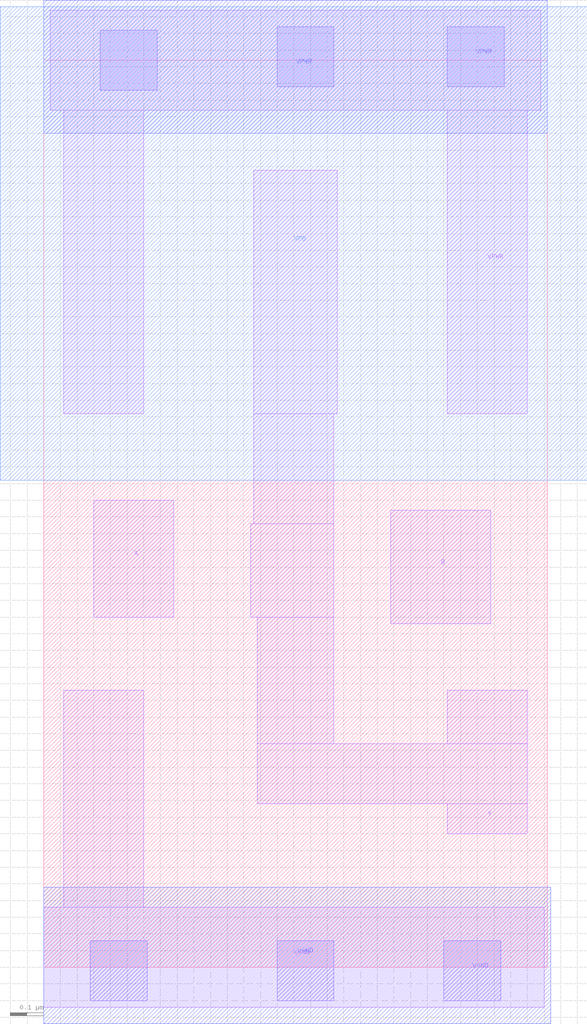
<source format=lef>
VERSION 5.7 ;
  NOWIREEXTENSIONATPIN ON ;
  DIVIDERCHAR "/" ;
  BUSBITCHARS "[]" ;
MACRO sky130_vsdnand2_1x
  CLASS CORE ;
  FOREIGN sky130_vsdnand2_1x ;
  ORIGIN 0.000 0.000 ;
  SIZE 1.510 BY 2.720 ;
  SYMMETRY X Y R90 ;
  SITE unithd ;
  PIN A
    DIRECTION INPUT ;
    USE SIGNAL ;
    ANTENNAGATEAREA 0.169500 ;
    PORT
      LAYER li1 ;
        RECT 0.150 1.050 0.390 1.400 ;
    END
  END A
  PIN B
    DIRECTION INPUT ;
    USE SIGNAL ;
    ANTENNAGATEAREA 0.169500 ;
    PORT
      LAYER li1 ;
        RECT 1.040 1.030 1.340 1.370 ;
    END
  END B
  PIN VGND
    DIRECTION INOUT ;
    USE GROUND ;
    PORT
      LAYER li1 ;
        RECT 0.060 0.180 0.300 0.830 ;
        RECT 0.000 -0.120 1.500 0.180 ;
      LAYER mcon ;
        RECT 0.140 -0.100 0.310 0.080 ;
        RECT 0.700 -0.100 0.870 0.080 ;
        RECT 1.200 -0.100 1.370 0.080 ;
      LAYER met1 ;
        RECT 0.000 -0.170 1.520 0.240 ;
    END
  END VGND
  PIN VPWR
    DIRECTION INOUT ;
    USE POWER ;
    PORT
      LAYER li1 ;
        RECT 0.020 2.570 1.490 2.870 ;
        RECT 0.060 1.660 0.300 2.570 ;
        RECT 1.210 1.660 1.450 2.570 ;
      LAYER mcon ;
        RECT 0.170 2.630 0.340 2.810 ;
        RECT 0.700 2.640 0.870 2.820 ;
        RECT 1.210 2.640 1.380 2.820 ;
      LAYER met1 ;
        RECT 0.000 2.500 1.510 2.900 ;
    END
  END VPWR
  PIN VPB
    DIRECTION INOUT ;
    USE POWER ;
    PORT
      LAYER nwell ;
        RECT -0.130 1.460 1.630 2.880 ;
    END
  END VPB
  PIN Y
    DIRECTION OUTPUT ;
    USE SIGNAL ;
    ANTENNADIFFAREA 0.477900 ;
    PORT
      LAYER li1 ;
        RECT 0.630 1.660 0.880 2.390 ;
        RECT 0.630 1.330 0.870 1.660 ;
        RECT 0.620 1.050 0.870 1.330 ;
        RECT 0.640 0.670 0.870 1.050 ;
        RECT 1.210 0.670 1.450 0.830 ;
        RECT 0.640 0.490 1.450 0.670 ;
        RECT 1.210 0.400 1.450 0.490 ;
    END
  END Y
END sky130_vsdnand2_1x
END LIBRARY


</source>
